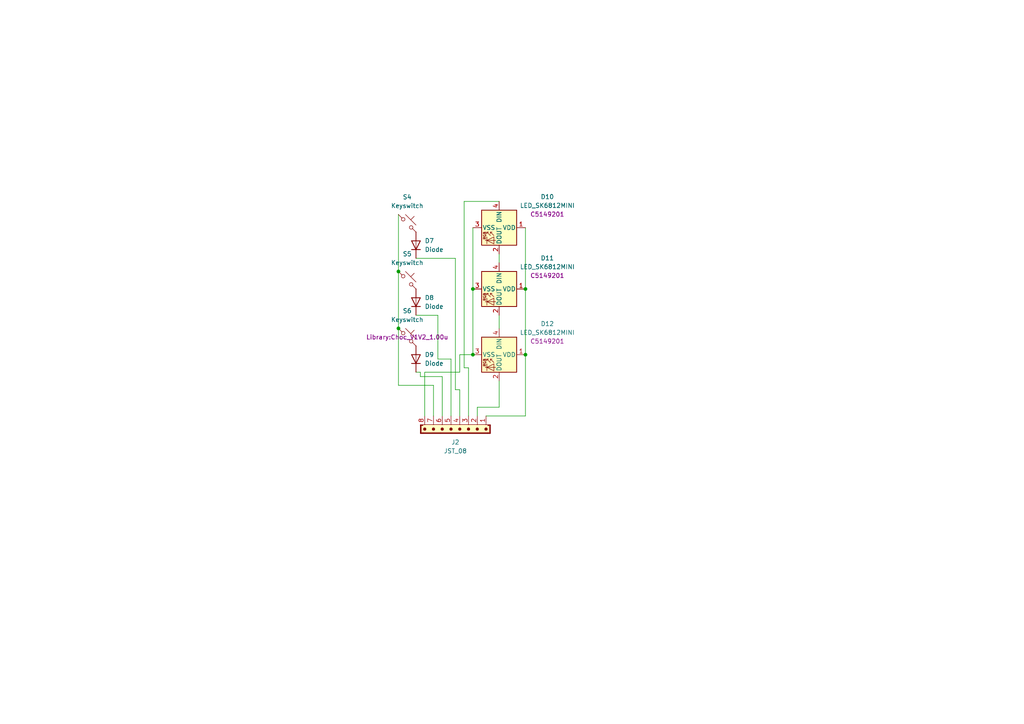
<source format=kicad_sch>
(kicad_sch (version 20250114) (generator "eeschema") (generator_version "9.0")
  (paper "A4")
  (lib_symbols
    (symbol "PCM_SL_Connectors:JST_08"
      (property "Reference" "J" (at 0 15.24 0))
      (property "Value" "JST_08" (at 0 12.7 0))
      (symbol "JST_08_0_1"
        (rectangle (start -1.27 10.16) (end 1.27 -10.16) (fill (type background)))
        (polyline (pts (xy -1.27 -9.398) (xy -1.27 -10.16) (xy 1.27 -10.16) (xy 1.27 -9.398) (xy 1.016 -9.398) (xy 1.016 -9.906) (xy -1.016 -9.906) (xy -1.016 -9.398) (xy -1.27 -9.398)) (fill (type outline)))
        (circle (center 0 8.89) (radius 0.381) (fill (type outline)))
        (circle (center 0 6.35) (radius 0.381) (fill (type outline)))
        (circle (center 0 3.81) (radius 0.381) (fill (type outline)))
        (circle (center 0 1.27) (radius 0.381) (fill (type outline)))
        (circle (center 0 -1.27) (radius 0.381) (fill (type outline)))
        (circle (center 0 -3.81) (radius 0.381) (fill (type outline)))
        (circle (center 0 -6.35) (radius 0.381) (fill (type outline)))
        (circle (center 0 -8.89) (radius 0.381) (fill (type outline)))
        (rectangle (start 1.016 9.398) (end 1.27 -9.398) (fill (type outline)))
        (rectangle (start 1.016 -4.318) (end 1.27 -4.318))
        (polyline (pts (xy 1.27 9.398) (xy 1.27 10.16) (xy -1.27 10.16) (xy -1.27 9.398) (xy -1.016 9.398) (xy -1.016 9.906) (xy 1.016 9.906) (xy 1.016 9.398) (xy 1.27 9.398)) (fill (type outline)))
      )
      (symbol "JST_08_1_1"
        (pin passive line (at -3.81 8.89 0) (length 2.54) (name "") (number "1"))
        (pin passive line (at -3.81 6.35 0) (length 2.54) (name "") (number "2"))
        (pin passive line (at -3.81 3.81 0) (length 2.54) (name "") (number "3"))
        (pin passive line (at -3.81 1.27 0) (length 2.54) (name "") (number "4"))
        (pin passive line (at -3.81 -1.27 0) (length 2.54) (name "") (number "5"))
        (pin passive line (at -3.81 -3.81 0) (length 2.54) (name "") (number "6"))
        (pin passive line (at -3.81 -6.35 0) (length 2.54) (name "") (number "7"))
        (pin passive line (at -3.81 -8.89 0) (length 2.54) (name "") (number "8"))
      )
    )
    (symbol "ScottoKeebs:LED_SK6812MINI" (pin_names (offset 0.254))
      (property "Reference" "D" (at 2.032 5.588 0))
      (property "Value" "LED_SK6812MINI" (at 1.27 -5.715 0))
      (property "LCSC" "C5149201" (at 0 0 0))
      (symbol "LED_SK6812MINI_0_0"
        (text "RGB" (at 2.286 -4.191 0) (effects (font (size 0.762 0.762))))
      )
      (symbol "LED_SK6812MINI_0_1"
        (rectangle (start -5.08 5.08) (end 5.08 -5.08) (stroke (width 0.254)) (fill (type background)))
        (polyline (pts (xy 1.27 -2.54) (xy 1.778 -2.54)))
        (polyline (pts (xy 1.27 -3.556) (xy 1.778 -3.556)))
        (polyline (pts (xy 2.286 -1.524) (xy 1.27 -2.54) (xy 1.27 -2.032)))
        (polyline (pts (xy 2.286 -2.54) (xy 1.27 -3.556) (xy 1.27 -3.048)))
        (polyline (pts (xy 3.683 -1.016) (xy 3.683 -3.556) (xy 3.683 -4.064)))
        (polyline (pts (xy 4.699 -1.524) (xy 2.667 -1.524) (xy 3.683 -3.556) (xy 4.699 -1.524)))
        (polyline (pts (xy 4.699 -3.556) (xy 2.667 -3.556)))
      )
      (symbol "LED_SK6812MINI_1_1"
        (pin input line (at -7.62 0 0) (length 2.54) (name "DIN") (number "4"))
        (pin power_in line (at 0 7.62 270) (length 2.54) (name "VDD") (number "1"))
        (pin power_in line (at 0 -7.62 90) (length 2.54) (name "VSS") (number "3"))
        (pin output line (at 7.62 0 180) (length 2.54) (name "DOUT") (number "2"))
      )
    )
    (symbol "ScottoKeebs:Placeholder_Diode" (pin_numbers (hide yes)) (pin_names (hide yes))
      (property "Reference" "D" (at 0 2.54 0))
      (property "Value" "Diode" (at 0 -2.54 0))
      (symbol "Placeholder_Diode_0_1"
        (polyline (pts (xy -1.27 1.27) (xy -1.27 -1.27)) (stroke (width 0.254)))
        (polyline (pts (xy 1.27 1.27) (xy 1.27 -1.27) (xy -1.27 0) (xy 1.27 1.27)) (stroke (width 0.254)))
        (polyline (pts (xy 1.27 0) (xy -1.27 0)))
      )
      (symbol "Placeholder_Diode_1_1"
        (pin passive line (at -3.81 0 0) (length 2.54) (name "K") (number "1"))
        (pin passive line (at 3.81 0 180) (length 2.54) (name "A") (number "2"))
      )
    )
    (symbol "ScottoKeebs:Placeholder_Keyswitch" (pin_numbers (hide yes)) (pin_names (offset 1.016) (hide yes))
      (property "Reference" "S" (at 3.048 1.016 0))
      (property "Value" "Keyswitch" (at 0 -3.81 0))
      (symbol "Placeholder_Keyswitch_0_1"
        (polyline (pts (xy -2.54 2.54) (xy -1.524 1.524) (xy -1.524 1.524)))
        (circle (center -1.1684 1.1684) (radius 0.508))
        (polyline (pts (xy -0.508 2.54) (xy 2.54 -0.508)))
        (polyline (pts (xy 1.016 1.016) (xy 2.032 2.032)))
        (circle (center 1.143 -1.1938) (radius 0.508))
        (polyline (pts (xy 1.524 -1.524) (xy 2.54 -2.54) (xy 2.54 -2.54) (xy 2.54 -2.54)))
        (pin passive line (at -2.54 2.54 0) (length 0) (name "1") (number "1"))
        (pin passive line (at 2.54 -2.54 180) (length 0) (name "2") (number "2"))
      )
    )
  )
  (junction (at 137.16 83.82))
  (junction (at 152.4 102.87))
  (junction (at 152.4 83.82))
  (junction (at 115.57 95.25))
  (junction (at 115.57 78.74))
  (junction (at 137.16 102.87))
  (wire (pts (xy 115.57 78.74) (xy 115.57 95.25)))
  (wire (pts (xy 133.35 102.87) (xy 133.35 107.95)))
  (wire (pts (xy 130.81 104.14) (xy 130.81 120.65)))
  (wire (pts (xy 152.4 83.82) (xy 152.4 102.87)))
  (wire (pts (xy 128.27 109.22) (xy 128.27 120.65)))
  (wire (pts (xy 132.08 113.03) (xy 133.35 113.03)))
  (wire (pts (xy 123.19 107.95) (xy 123.19 120.65)))
  (wire (pts (xy 135.89 106.68) (xy 135.89 120.65)))
  (wire (pts (xy 134.62 106.68) (xy 135.89 106.68)))
  (wire (pts (xy 133.35 107.95) (xy 123.19 107.95)))
  (wire (pts (xy 115.57 62.23) (xy 115.57 78.74)))
  (wire (pts (xy 120.65 107.95) (xy 121.92 107.95)))
  (wire (pts (xy 121.92 107.95) (xy 121.92 109.22)))
  (wire (pts (xy 115.57 95.25) (xy 115.57 111.76)))
  (wire (pts (xy 115.57 111.76) (xy 125.73 111.76)))
  (wire (pts (xy 144.78 110.49) (xy 144.78 118.11)))
  (wire (pts (xy 138.43 118.11) (xy 138.43 120.65)))
  (wire (pts (xy 152.4 102.87) (xy 152.4 120.65)))
  (wire (pts (xy 137.16 66.04) (xy 137.16 83.82)))
  (wire (pts (xy 144.78 91.44) (xy 144.78 95.25)))
  (wire (pts (xy 137.16 102.87) (xy 133.35 102.87)))
  (wire (pts (xy 121.92 109.22) (xy 128.27 109.22)))
  (wire (pts (xy 127 104.14) (xy 130.81 104.14)))
  (wire (pts (xy 144.78 73.66) (xy 144.78 76.2)))
  (wire (pts (xy 120.65 91.44) (xy 127 91.44)))
  (wire (pts (xy 120.65 74.93) (xy 132.08 74.93)))
  (wire (pts (xy 144.78 58.42) (xy 134.62 58.42)))
  (wire (pts (xy 127 91.44) (xy 127 104.14)))
  (wire (pts (xy 152.4 66.04) (xy 152.4 83.82)))
  (wire (pts (xy 152.4 120.65) (xy 140.97 120.65)))
  (wire (pts (xy 133.35 113.03) (xy 133.35 120.65)))
  (wire (pts (xy 125.73 111.76) (xy 125.73 120.65)))
  (wire (pts (xy 137.16 83.82) (xy 137.16 102.87)))
  (wire (pts (xy 134.62 58.42) (xy 134.62 106.68)))
  (wire (pts (xy 132.08 74.93) (xy 132.08 113.03)))
  (wire (pts (xy 144.78 118.11) (xy 138.43 118.11)))
  (symbol (lib_id "ScottoKeebs:Placeholder_Diode") (at 120.65 71.12 90) (unit 1)
    (property "Reference" "D7" (at 123.19 69.8499 90) (effects (justify right)))
    (property "Value" "Diode" (at 123.19 72.3899 90) (effects (justify right)))
    (property "Footprint" "Library:DualDiode" (effects (hide yes)))
    (property "Description" "1N4148 (DO-35) or 1N4148W (SOD-123)" (effects (hide yes)))
    (property "Sim.Device" "D" (effects (hide yes)))
    (property "Sim.Pins" "1=K 2=A" (effects (hide yes)))
  )
  (symbol (lib_id "ScottoKeebs:Placeholder_Keyswitch") (at 118.11 81.28 0) (unit 1)
    (property "Reference" "S5" (at 118.11 73.66 0))
    (property "Value" "Keyswitch" (at 118.11 76.2 0))
    (property "Footprint" "Library:Choc_V1V2_1.00u" (effects (hide yes)))
    (property "Description" "Push button switch, normally open, two pins, 45° tilted" (effects (hide yes)))
  )
  (symbol (lib_id "PCM_SL_Connectors:JST_08") (at 132.08 124.46 270) (unit 1)
    (property "Reference" "J2" (at 132.08 128.27 90))
    (property "Value" "JST_08" (at 132.08 130.81 90))
    (property "Footprint" "Connector_JST:JST_EH_B8B-EH-A_1x08_P2.50mm_Vertical" (effects (hide yes)))
    (property "Description" "JST Connector  8 pins" (effects (hide yes)))
  )
  (symbol (lib_id "ScottoKeebs:Placeholder_Keyswitch") (at 118.11 64.77 0) (unit 1)
    (property "Reference" "S4" (at 118.11 57.15 0))
    (property "Value" "Keyswitch" (at 118.11 59.69 0))
    (property "Footprint" "Library:Choc_V1V2_1.00u" (effects (hide yes)))
    (property "Description" "Push button switch, normally open, two pins, 45° tilted" (effects (hide yes)))
  )
  (symbol (lib_id "ScottoKeebs:LED_SK6812MINI") (at 144.78 83.82 270) (unit 1)
    (property "Reference" "D11" (at 158.75 74.8598 90))
    (property "Value" "LED_SK6812MINI" (at 158.75 77.3998 90))
    (property "Footprint" "Library:SK6812Mini-E" (effects (hide yes)))
    (property "Datasheet" "https://cdn-shop.adafruit.com/product-files/2686/SK6812MINI_REV.01-1-2.pdf" (effects (hide yes)))
    (property "Description" "RGB LED with integrated controller" (effects (hide yes)))
    (property "LCSC" "C5149201" (at 158.75 79.9398 90))
  )
  (symbol (lib_id "ScottoKeebs:Placeholder_Diode") (at 120.65 87.63 90) (unit 1)
    (property "Reference" "D8" (at 123.19 86.3599 90) (effects (justify right)))
    (property "Value" "Diode" (at 123.19 88.8999 90) (effects (justify right)))
    (property "Footprint" "Library:DualDiode" (effects (hide yes)))
    (property "Description" "1N4148 (DO-35) or 1N4148W (SOD-123)" (effects (hide yes)))
    (property "Sim.Device" "D" (effects (hide yes)))
    (property "Sim.Pins" "1=K 2=A" (effects (hide yes)))
  )
  (symbol (lib_id "ScottoKeebs:LED_SK6812MINI") (at 144.78 102.87 270) (unit 1)
    (property "Reference" "D12" (at 158.75 93.9098 90))
    (property "Value" "LED_SK6812MINI" (at 158.75 96.4498 90))
    (property "Footprint" "Library:SK6812Mini-E" (effects (hide yes)))
    (property "Datasheet" "https://cdn-shop.adafruit.com/product-files/2686/SK6812MINI_REV.01-1-2.pdf" (effects (hide yes)))
    (property "Description" "RGB LED with integrated controller" (effects (hide yes)))
    (property "LCSC" "C5149201" (at 158.75 98.9898 90))
  )
  (symbol (lib_id "ScottoKeebs:Placeholder_Keyswitch") (at 118.11 97.79 0) (unit 1)
    (property "Reference" "S6" (at 118.11 90.17 0))
    (property "Value" "Keyswitch" (at 118.11 92.71 0))
    (property "Footprint" "Library:Choc_V1V2_1.00u" (at 118.11 97.79 0))
    (property "Description" "Push button switch, normally open, two pins, 45° tilted" (effects (hide yes)))
  )
  (symbol (lib_id "ScottoKeebs:Placeholder_Diode") (at 120.65 104.14 90) (unit 1)
    (property "Reference" "D9" (at 123.19 102.8699 90) (effects (justify right)))
    (property "Value" "Diode" (at 123.19 105.4099 90) (effects (justify right)))
    (property "Footprint" "Library:DualDiode" (effects (hide yes)))
    (property "Description" "1N4148 (DO-35) or 1N4148W (SOD-123)" (effects (hide yes)))
    (property "Sim.Device" "D" (effects (hide yes)))
    (property "Sim.Pins" "1=K 2=A" (effects (hide yes)))
  )
  (symbol (lib_id "ScottoKeebs:LED_SK6812MINI") (at 144.78 66.04 270) (unit 1)
    (property "Reference" "D10" (at 158.75 57.0798 90))
    (property "Value" "LED_SK6812MINI" (at 158.75 59.6198 90))
    (property "Footprint" "Library:SK6812Mini-E" (effects (hide yes)))
    (property "Datasheet" "https://cdn-shop.adafruit.com/product-files/2686/SK6812MINI_REV.01-1-2.pdf" (effects (hide yes)))
    (property "Description" "RGB LED with integrated controller" (effects (hide yes)))
    (property "LCSC" "C5149201" (at 158.75 62.1598 90))
  )
)
</source>
